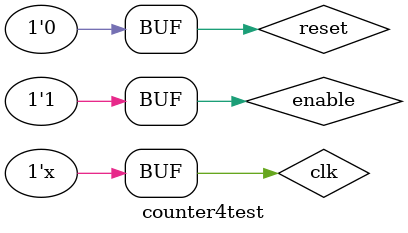
<source format=v>
`timescale 1ns / 1ps


module counter4test;

	// Inputs
	reg clk;
	reg enable;
	reg reset;

	// Outputs
	wire [3:0] out;

	// Instantiate the Unit Under Test (UUT)
	counter4 uut (
		.clk(clk), 
		.enable(enable), 
		.reset(reset), 
		.out(out)
	);

	initial begin
		// Initialize Inputs
		clk = 0;
		enable = 0;
		reset = 0;
		#3 reset = 1;
		#1 reset = 0;
		#2 enable = 1;
		#15 enable = 0;
		#5 enable  = 1;
		#3 reset = 1;
		#5 reset = 0;
	end
        
		// Clock
		always begin
			#1 clk = ~clk;
		end
		
      
endmodule


</source>
